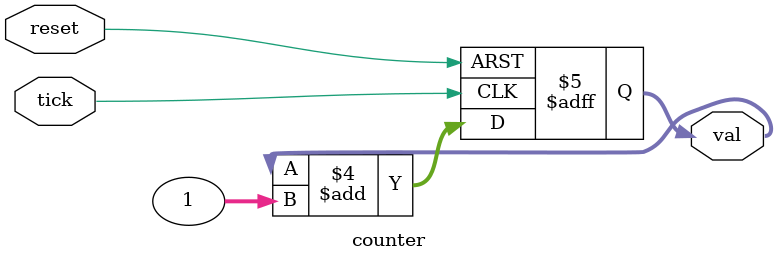
<source format=v>
/*

 #
 # This code is part of the research paper:
 # "Temporal Thermal Covert Channels in Cloud FPGAs"
 #
 # Copyright (C) Shanquan Tian, CASLAB @ Yale
 # Author: Shanquan Tian <shanquan.tian@yale.edu>
 #
 # MIT License
 #  
 # Permission is hereby granted, free of charge, to any person obtaining a copy of this software and associated 
 # documentation files (the ""Software""), to deal in the Software without restriction, including without limitation 
 # the rights to use, copy, modify, merge, publish, distribute, sublicense, and/or sell copies of the Software, and 
 # to permit persons to whom the Software is furnished to do so, subject to the following conditions:
 #  
 # The above copyright notice and this permission notice shall be included in all copies or substantial portions of the Software.
 #  
 # THE SOFTWARE IS PROVIDED *AS IS*, WITHOUT WARRANTY OF ANY KIND, EXPRESS OR IMPLIED, INCLUDING BUT NOT LIMITED TO THE 
 # WARRANTIES OF MERCHANTABILITY, FITNESS FOR A PARTICULAR PURPOSE AND NONINFRINGEMENT. IN NO EVENT SHALL THE AUTHORS OR 
 # COPYRIGHT HOLDERS BE LIABLE FOR ANY CLAIM, DAMAGES OR OTHER LIABILITY, WHETHER IN AN ACTION OF CONTRACT, TORT OR OTHERWISE, 
 # ARISING FROM, OUT OF OR IN CONNECTION WITH THE SOFTWARE OR THE USE OR OTHER DEALINGS IN THE SOFTWARE.
 # 

*/

module counter (
  input wire       tick,
  input wire       reset,
  output reg[63:0] val
);

always@ (posedge tick or posedge reset)
begin
  if( reset == 1'b1 ) 
    val = 0;
  else if( tick == 1'b1 )
    val = val + 1;
end

endmodule

</source>
